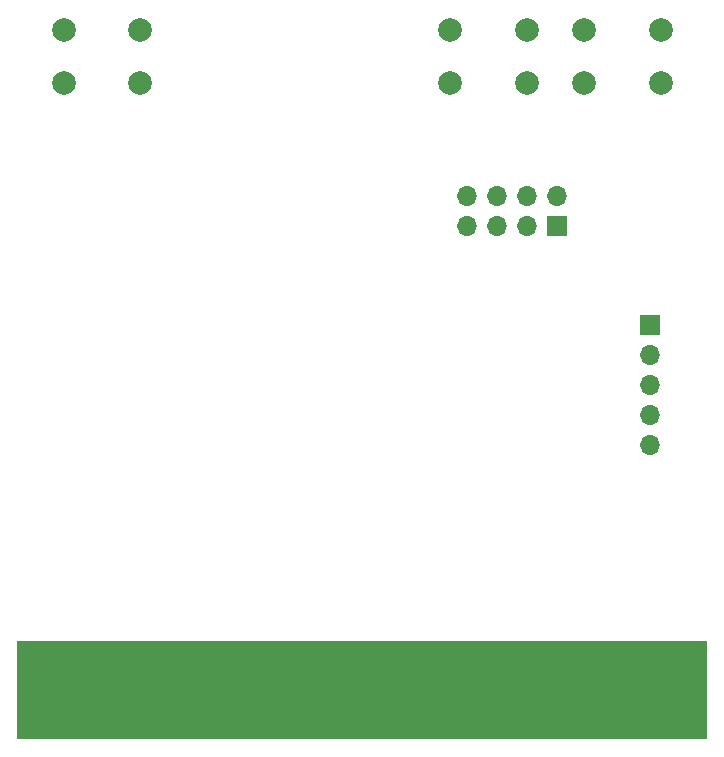
<source format=gbs>
G04 #@! TF.GenerationSoftware,KiCad,Pcbnew,8.0.2*
G04 #@! TF.CreationDate,2025-03-01T20:33:07+01:00*
G04 #@! TF.ProjectId,KungFuFlash2,4b756e67-4675-4466-9c61-7368322e6b69,1*
G04 #@! TF.SameCoordinates,Original*
G04 #@! TF.FileFunction,Soldermask,Bot*
G04 #@! TF.FilePolarity,Negative*
%FSLAX46Y46*%
G04 Gerber Fmt 4.6, Leading zero omitted, Abs format (unit mm)*
G04 Created by KiCad (PCBNEW 8.0.2) date 2025-03-01 20:33:07*
%MOMM*%
%LPD*%
G01*
G04 APERTURE LIST*
%ADD10C,2.000000*%
%ADD11R,58.420000X8.300000*%
%ADD12R,1.524000X8.000000*%
%ADD13C,0.001000*%
%ADD14R,1.700000X1.700000*%
%ADD15O,1.700000X1.700000*%
G04 APERTURE END LIST*
D10*
X112331500Y-70366500D03*
X118831500Y-70366500D03*
X112331500Y-74866500D03*
X118831500Y-74866500D03*
D11*
X104898000Y-126249501D03*
D12*
X78228000Y-126121227D03*
X80768000Y-126121227D03*
X83308000Y-126121227D03*
X85848000Y-126121227D03*
X88388000Y-126121227D03*
X90928000Y-126121227D03*
X93468000Y-126121227D03*
X96008000Y-126121227D03*
X98548000Y-126121227D03*
X101088000Y-126121227D03*
X103628000Y-126121227D03*
X106168000Y-126121227D03*
X108708000Y-126121227D03*
X111248000Y-126121227D03*
X113788000Y-126121227D03*
X116328000Y-126121227D03*
X118868000Y-126121227D03*
X121408000Y-126121227D03*
X123948000Y-126121227D03*
X126488000Y-126121227D03*
X129028000Y-126121227D03*
X131568000Y-126121227D03*
D10*
X79606000Y-70366500D03*
X86106000Y-70366500D03*
X79606000Y-74866500D03*
X86106000Y-74866500D03*
X123675000Y-70358000D03*
X130175000Y-70358000D03*
X123675000Y-74858000D03*
X130175000Y-74858000D03*
D13*
X133664000Y-87716000D03*
X133664000Y-83316000D03*
D14*
X121412000Y-86995000D03*
D15*
X121412000Y-84455000D03*
X118872000Y-86995000D03*
X118872000Y-84455000D03*
X116332000Y-86995000D03*
X116332000Y-84455000D03*
X113792000Y-86995000D03*
X113792000Y-84455000D03*
D14*
X129286000Y-95351600D03*
D15*
X129286000Y-97891600D03*
X129286000Y-100431600D03*
X129286000Y-102971600D03*
X129286000Y-105511600D03*
M02*

</source>
